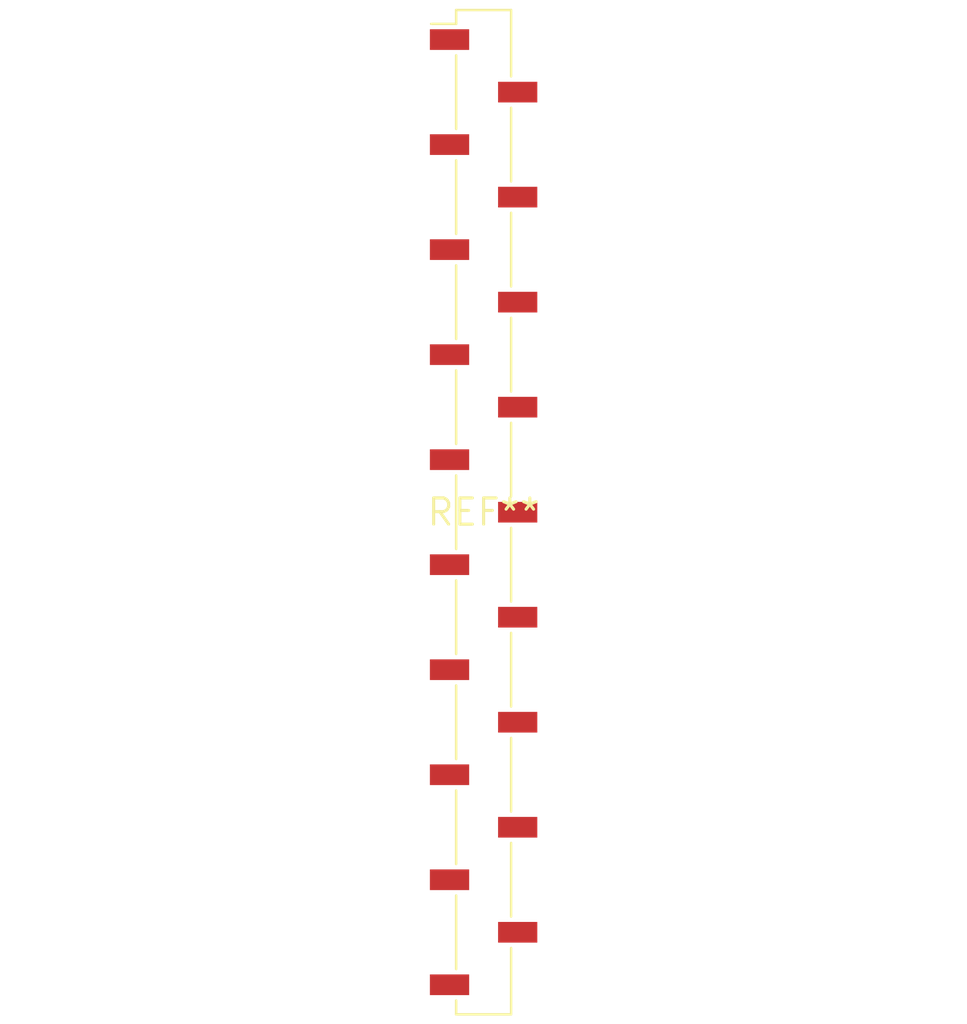
<source format=kicad_pcb>
(kicad_pcb (version 20240108) (generator pcbnew)
  (layers (0 "F.Cu" signal) (31 "B.Cu" signal) (34 "B.Paste" user) (35 "F.Paste" user) (36 "B.SilkS" user "B.Silkscreen") (37 "F.SilkS" user "F.Silkscreen") (38 "B.Mask" user) (39 "F.Mask" user) (44 "Edge.Cuts" user))
  (net 0 "")
  (footprint "PinSocket_1x19_P2.54mm_Vertical_SMD_Pin1Left" (layer "F.Cu") (at 0 0)
    (property "Reference" "REF**")
    (property "Value" "PinSocket_1x19_P2.54mm_Vertical_SMD_Pin1Left")
    (fp_line (start -2.54 -23.62) (end -1.33 -23.62) (layer "F.SilkS") (stroke (width 0.12)))
    (fp_line (start -1.33 -24.29) (end -1.33 -23.62) (layer "F.SilkS") (stroke (width 0.12)))
    (fp_line (start -1.33 -24.29) (end 1.33 -24.29) (layer "F.SilkS") (stroke (width 0.12)))
    (fp_line (start -1.33 -22.1) (end -1.33 -18.54) (layer "F.SilkS") (stroke (width 0.12)))
    (fp_line (start -1.33 -17.02) (end -1.33 -13.46) (layer "F.SilkS") (stroke (width 0.12)))
    (fp_line (start -1.33 -11.94) (end -1.33 -8.38) (layer "F.SilkS") (stroke (width 0.12)))
    (fp_line (start -1.33 -6.86) (end -1.33 -3.3) (layer "F.SilkS") (stroke (width 0.12)))
    (fp_line (start -1.33 -1.78) (end -1.33 1.78) (layer "F.SilkS") (stroke (width 0.12)))
    (fp_line (start -1.33 3.3) (end -1.33 6.86) (layer "F.SilkS") (stroke (width 0.12)))
    (fp_line (start -1.33 8.38) (end -1.33 11.94) (layer "F.SilkS") (stroke (width 0.12)))
    (fp_line (start -1.33 13.46) (end -1.33 17.02) (layer "F.SilkS") (stroke (width 0.12)))
    (fp_line (start -1.33 18.54) (end -1.33 22.1) (layer "F.SilkS") (stroke (width 0.12)))
    (fp_line (start -1.33 23.62) (end -1.33 24.29) (layer "F.SilkS") (stroke (width 0.12)))
    (fp_line (start -1.33 24.29) (end 1.33 24.29) (layer "F.SilkS") (stroke (width 0.12)))
    (fp_line (start 1.33 -24.29) (end 1.33 -21.08) (layer "F.SilkS") (stroke (width 0.12)))
    (fp_line (start 1.33 -19.56) (end 1.33 -16) (layer "F.SilkS") (stroke (width 0.12)))
    (fp_line (start 1.33 -14.48) (end 1.33 -10.92) (layer "F.SilkS") (stroke (width 0.12)))
    (fp_line (start 1.33 -9.4) (end 1.33 -5.84) (layer "F.SilkS") (stroke (width 0.12)))
    (fp_line (start 1.33 -4.32) (end 1.33 -0.76) (layer "F.SilkS") (stroke (width 0.12)))
    (fp_line (start 1.33 0.76) (end 1.33 4.32) (layer "F.SilkS") (stroke (width 0.12)))
    (fp_line (start 1.33 5.84) (end 1.33 9.4) (layer "F.SilkS") (stroke (width 0.12)))
    (fp_line (start 1.33 10.92) (end 1.33 14.48) (layer "F.SilkS") (stroke (width 0.12)))
    (fp_line (start 1.33 16) (end 1.33 19.56) (layer "F.SilkS") (stroke (width 0.12)))
    (fp_line (start 1.33 21.08) (end 1.33 24.29) (layer "F.SilkS") (stroke (width 0.12)))
    (pad "1" smd rect (at -1.65 -22.86) (size 1.9 1) (layers "F.Cu" "F.Paste" "F.Mask"))
    (pad "2" smd rect (at 1.65 -20.32) (size 1.9 1) (layers "F.Cu" "F.Paste" "F.Mask"))
    (pad "3" smd rect (at -1.65 -17.78) (size 1.9 1) (layers "F.Cu" "F.Paste" "F.Mask"))
    (pad "4" smd rect (at 1.65 -15.24) (size 1.9 1) (layers "F.Cu" "F.Paste" "F.Mask"))
    (pad "5" smd rect (at -1.65 -12.7) (size 1.9 1) (layers "F.Cu" "F.Paste" "F.Mask"))
    (pad "6" smd rect (at 1.65 -10.16) (size 1.9 1) (layers "F.Cu" "F.Paste" "F.Mask"))
    (pad "7" smd rect (at -1.65 -7.62) (size 1.9 1) (layers "F.Cu" "F.Paste" "F.Mask"))
    (pad "8" smd rect (at 1.65 -5.08) (size 1.9 1) (layers "F.Cu" "F.Paste" "F.Mask"))
    (pad "9" smd rect (at -1.65 -2.54) (size 1.9 1) (layers "F.Cu" "F.Paste" "F.Mask"))
    (pad "10" smd rect (at 1.65 0) (size 1.9 1) (layers "F.Cu" "F.Paste" "F.Mask"))
    (pad "11" smd rect (at -1.65 2.54) (size 1.9 1) (layers "F.Cu" "F.Paste" "F.Mask"))
    (pad "12" smd rect (at 1.65 5.08) (size 1.9 1) (layers "F.Cu" "F.Paste" "F.Mask"))
    (pad "13" smd rect (at -1.65 7.62) (size 1.9 1) (layers "F.Cu" "F.Paste" "F.Mask"))
    (pad "14" smd rect (at 1.65 10.16) (size 1.9 1) (layers "F.Cu" "F.Paste" "F.Mask"))
    (pad "15" smd rect (at -1.65 12.7) (size 1.9 1) (layers "F.Cu" "F.Paste" "F.Mask"))
    (pad "16" smd rect (at 1.65 15.24) (size 1.9 1) (layers "F.Cu" "F.Paste" "F.Mask"))
    (pad "17" smd rect (at -1.65 17.78) (size 1.9 1) (layers "F.Cu" "F.Paste" "F.Mask"))
    (pad "18" smd rect (at 1.65 20.32) (size 1.9 1) (layers "F.Cu" "F.Paste" "F.Mask"))
    (pad "19" smd rect (at -1.65 22.86) (size 1.9 1) (layers "F.Cu" "F.Paste" "F.Mask"))
  )
)
</source>
